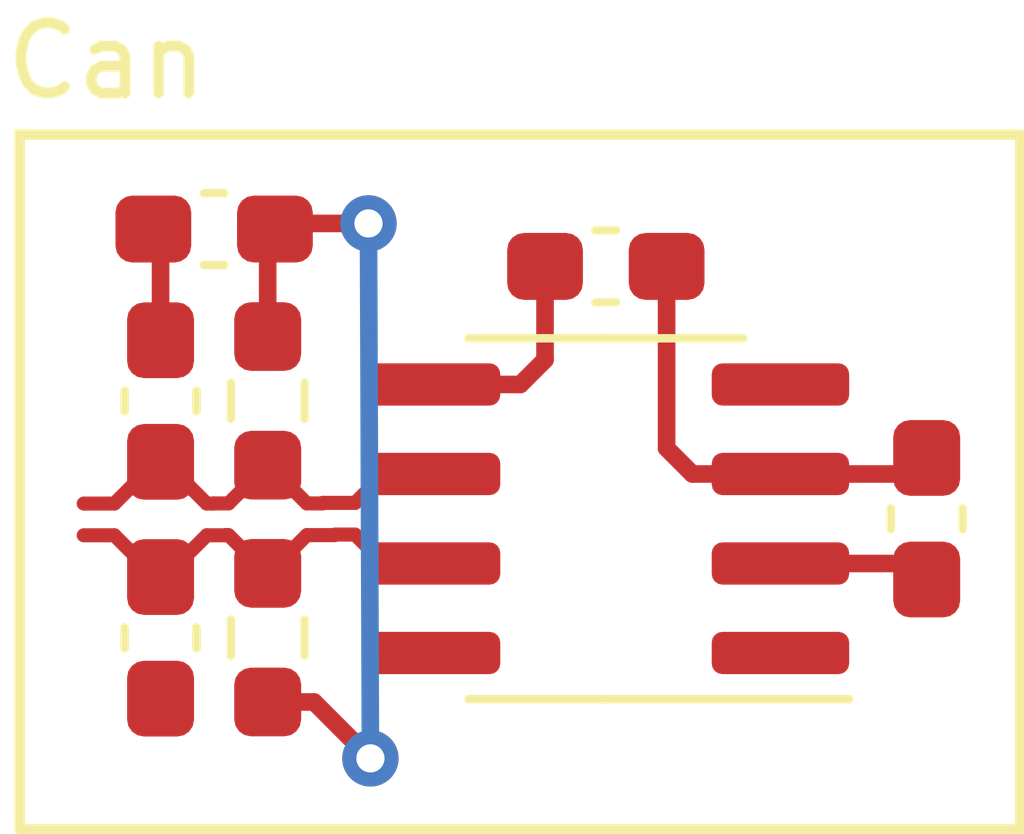
<source format=kicad_pcb>
(kicad_pcb (version 20221018) (generator pcbnew)
  (layers (0 "F.Cu" signal) (31 "B.Cu" signal) (34 "B.Paste" user) (35 "F.Paste" user) (36 "B.SilkS" user "B.Silkscreen") (37 "F.SilkS" user "F.Silkscreen") (38 "B.Mask" user) (39 "F.Mask" user) (44 "Edge.Cuts" user))
  (net 0 "")
  (net 1 "GND")
  (net 2 "/Can+")
  (net 3 "/Can-")
  (net 4 "Net-(Can_C3-Pad2)")
  (net 5 "+5V")
  (net 6 "+3V3")
  (net 7 "TxD")
  (net 8 "RxD")
  (net 9 "EnableCan")
  (footprint "Capacitor_SMD:C_0603_1608Metric_Pad1.08x0.95mm_HandSolder" (layer "F.Cu") (at 143.51 84.89 -90)
    (fp_text reference "Can_C2" hide)
    (fp_text value "100pF")
    (fp_line (start -0.146267 -0.51) (end 0.146267 -0.51) (stroke (width 0.12)) (layer "F.SilkS"))
    (fp_line (start -0.146267 0.51) (end 0.146267 0.51) (stroke (width 0.12)) (layer "F.SilkS"))
    (pad "1" smd roundrect (at -0.8625 0 270) (size 1.075 0.95) (layers "F.Cu" "F.Paste" "F.Mask") (net 1 "GND"))
    (pad "2" smd roundrect (at 0.8625 0 270) (size 1.075 0.95) (layers "F.Cu" "F.Paste" "F.Mask") (net 3 "/Can-"))
  )
  (footprint "Capacitor_SMD:C_0603_1608Metric_Pad1.08x0.95mm_HandSolder" (layer "F.Cu") (at 144.27 82.45)
    (fp_text reference "Can_C3" hide)
    (fp_text value "4,7uF")
    (fp_line (start -0.146267 -0.51) (end 0.146267 -0.51) (stroke (width 0.12)) (layer "F.SilkS"))
    (fp_line (start -0.146267 0.51) (end 0.146267 0.51) (stroke (width 0.12)) (layer "F.SilkS"))
    (pad "1" smd roundrect (at -0.8625 0) (size 1.075 0.95) (layers "F.Cu" "F.Paste" "F.Mask") (net 1 "GND"))
    (pad "2" smd roundrect (at 0.8625 0) (size 1.075 0.95) (layers "F.Cu" "F.Paste" "F.Mask") (net 4 "Net-(Can_C3-Pad2)"))
  )
  (footprint "Capacitor_SMD:C_0603_1608Metric_Pad1.08x0.95mm_HandSolder" (layer "F.Cu") (at 143.51 88.25 90)
    (fp_text reference "Can_C1" hide)
    (fp_text value "100pF")
    (fp_line (start -0.146267 -0.51) (end 0.146267 -0.51) (stroke (width 0.12)) (layer "F.SilkS"))
    (fp_line (start -0.146267 0.51) (end 0.146267 0.51) (stroke (width 0.12)) (layer "F.SilkS"))
    (pad "1" smd roundrect (at -0.8625 0 90) (size 1.075 0.95) (layers "F.Cu" "F.Paste" "F.Mask") (net 1 "GND"))
    (pad "2" smd roundrect (at 0.8625 0 90) (size 1.075 0.95) (layers "F.Cu" "F.Paste" "F.Mask") (net 2 "/Can+"))
  )
  (footprint "Capacitor_SMD:C_0603_1608Metric_Pad1.08x0.95mm_HandSolder" (layer "F.Cu") (at 149.8275 82.98)
    (fp_text reference "Can_in_C2" hide)
    (fp_text value "100nF")
    (fp_line (start -0.146267 -0.51) (end 0.146267 -0.51) (stroke (width 0.12)) (layer "F.SilkS"))
    (fp_line (start -0.146267 0.51) (end 0.146267 0.51) (stroke (width 0.12)) (layer "F.SilkS"))
    (pad "1" smd roundrect (at -0.8625 0) (size 1.075 0.95) (layers "F.Cu" "F.Paste" "F.Mask") (net 6 "+3V3"))
    (pad "2" smd roundrect (at 0.8625 0) (size 1.075 0.95) (layers "F.Cu" "F.Paste" "F.Mask") (net 5 "+5V"))
  )
  (footprint "Package_SO:SOIC-8_3.9x4.9mm_P1.27mm" (layer "F.Cu") (at 149.83 86.56 180)
    (fp_text reference "TJA1" hide)
    (fp_text value "TJA1051T-3")
    (fp_line (start 0 -2.56) (end -3.45 -2.56) (stroke (width 0.12)) (layer "F.SilkS"))
    (fp_line (start 0 -2.56) (end 1.95 -2.56) (stroke (width 0.12)) (layer "F.SilkS"))
    (fp_line (start 0 2.56) (end -1.95 2.56) (stroke (width 0.12)) (layer "F.SilkS"))
    (fp_line (start 0 2.56) (end 1.95 2.56) (stroke (width 0.12)) (layer "F.SilkS"))
    (pad "1" smd roundrect (at -2.475 -1.905 180) (size 1.95 0.6) (layers "F.Cu" "F.Paste" "F.Mask") (net 7 "TxD"))
    (pad "2" smd roundrect (at -2.475 -0.635 180) (size 1.95 0.6) (layers "F.Cu" "F.Paste" "F.Mask") (net 1 "GND"))
    (pad "3" smd roundrect (at -2.475 0.635 180) (size 1.95 0.6) (layers "F.Cu" "F.Paste" "F.Mask") (net 5 "+5V"))
    (pad "4" smd roundrect (at -2.475 1.905 180) (size 1.95 0.6) (layers "F.Cu" "F.Paste" "F.Mask") (net 8 "RxD"))
    (pad "5" smd roundrect (at 2.475 1.905 180) (size 1.95 0.6) (layers "F.Cu" "F.Paste" "F.Mask") (net 6 "+3V3"))
    (pad "6" smd roundrect (at 2.475 0.635 180) (size 1.95 0.6) (layers "F.Cu" "F.Paste" "F.Mask") (net 3 "/Can-"))
    (pad "7" smd roundrect (at 2.475 -0.635 180) (size 1.95 0.6) (layers "F.Cu" "F.Paste" "F.Mask") (net 2 "/Can+"))
    (pad "8" smd roundrect (at 2.475 -1.905 180) (size 1.95 0.6) (layers "F.Cu" "F.Paste" "F.Mask") (net 9 "EnableCan"))
  )
  (footprint "Resistor_SMD:R_0603_1608Metric_Pad0.98x0.95mm_HandSolder" (layer "F.Cu") (at 145.03 84.8875 90)
    (fp_text reference "Can_R1" hide)
    (fp_text value "60")
    (fp_line (start -0.254724 -0.5225) (end 0.254724 -0.5225) (stroke (width 0.12)) (layer "F.SilkS"))
    (fp_line (start -0.254724 0.5225) (end 0.254724 0.5225) (stroke (width 0.12)) (layer "F.SilkS"))
    (pad "1" smd roundrect (at -0.9125 0 90) (size 0.975 0.95) (layers "F.Cu" "F.Paste" "F.Mask") (net 3 "/Can-"))
    (pad "2" smd roundrect (at 0.9125 0 90) (size 0.975 0.95) (layers "F.Cu" "F.Paste" "F.Mask") (net 4 "Net-(Can_C3-Pad2)"))
  )
  (footprint "Capacitor_SMD:C_0603_1608Metric_Pad1.08x0.95mm_HandSolder" (layer "F.Cu") (at 154.38 86.56 -90)
    (fp_text reference "Can_in_C1" hide)
    (fp_text value "47nF")
    (fp_line (start -0.146267 -0.51) (end 0.146267 -0.51) (stroke (width 0.12)) (layer "F.SilkS"))
    (fp_line (start -0.146267 0.51) (end 0.146267 0.51) (stroke (width 0.12)) (layer "F.SilkS"))
    (pad "1" smd roundrect (at -0.8625 0 270) (size 1.075 0.95) (layers "F.Cu" "F.Paste" "F.Mask") (net 5 "+5V"))
    (pad "2" smd roundrect (at 0.8625 0 270) (size 1.075 0.95) (layers "F.Cu" "F.Paste" "F.Mask") (net 1 "GND"))
  )
  (footprint "Resistor_SMD:R_0603_1608Metric_Pad0.98x0.95mm_HandSolder" (layer "F.Cu") (at 145.03 88.2475 -90)
    (fp_text reference "Can_R2" hide)
    (fp_text value "60")
    (fp_line (start -0.254724 -0.5225) (end 0.254724 -0.5225) (stroke (width 0.12)) (layer "F.SilkS"))
    (fp_line (start -0.254724 0.5225) (end 0.254724 0.5225) (stroke (width 0.12)) (layer "F.SilkS"))
    (pad "1" smd roundrect (at -0.9125 0 270) (size 0.975 0.95) (layers "F.Cu" "F.Paste" "F.Mask") (net 2 "/Can+"))
    (pad "2" smd roundrect (at 0.9125 0 270) (size 0.975 0.95) (layers "F.Cu" "F.Paste" "F.Mask") (net 4 "Net-(Can_C3-Pad2)"))
  )
  (gr_rect (start 141.51 81.11) (end 155.71 90.97) (stroke (width 0.15)) (fill none) (layer "F.SilkS"))
  (gr_text "Can" (at 141.24 80.65) (layer "F.SilkS") (effects (font (size 1 1)) (justify left bottom)))
  (segment (start 143.51 84.0275) (end 143.51 82.5525) (width 0.25) (layer "F.Cu") (net 1))
  (segment (start 143.51 82.5525) (end 143.4075 82.45) (width 0.25) (layer "F.Cu") (net 1))
  (segment (start 152.305 87.195) (end 154.1525 87.195) (width 0.25) (layer "F.Cu") (net 1))
  (segment (start 154.1525 87.195) (end 154.38 87.4225) (width 0.25) (layer "F.Cu") (net 1))
  (segment (start 143.51 87.3875) (end 143.4475 87.3875) (width 0.2) (layer "F.Cu") (net 2))
  (segment (start 144.434881 86.7925) (end 144.475 86.7925) (width 0.2) (layer "F.Cu") (net 2))
  (segment (start 145.585 86.7925) (end 145.0425 87.335) (width 0.2) (layer "F.Cu") (net 2))
  (segment (start 144.165 86.795) (end 144.432381 86.795) (width 0.2) (layer "F.Cu") (net 2))
  (segment (start 147.355 87.195) (end 146.68 87.195) (width 0.2) (layer "F.Cu") (net 2))
  (segment (start 146.68 87.195) (end 146.27 86.785) (width 0.2) (layer "F.Cu") (net 2))
  (segment (start 143.51 87.3875) (end 143.5725 87.3875) (width 0.2) (layer "F.Cu") (net 2))
  (segment (start 145.978626 86.7925) (end 145.585 86.7925) (width 0.2) (layer "F.Cu") (net 2))
  (segment (start 142.855 86.795) (end 142.42 86.795) (width 0.2) (layer "F.Cu") (net 2))
  (segment (start 144.475 86.7925) (end 145.0175 87.335) (width 0.2) (layer "F.Cu") (net 2))
  (segment (start 145.986126 86.785) (end 145.978626 86.7925) (width 0.2) (layer "F.Cu") (net 2))
  (segment (start 143.4475 87.3875) (end 142.855 86.795) (width 0.2) (layer "F.Cu") (net 2))
  (segment (start 143.5725 87.3875) (end 144.165 86.795) (width 0.2) (layer "F.Cu") (net 2))
  (segment (start 145.0425 87.335) (end 145.03 87.335) (width 0.2) (layer "F.Cu") (net 2))
  (segment (start 145.0175 87.335) (end 145.03 87.335) (width 0.2) (layer "F.Cu") (net 2))
  (segment (start 144.432381 86.795) (end 144.434881 86.7925) (width 0.2) (layer "F.Cu") (net 2))
  (segment (start 146.27 86.785) (end 145.986126 86.785) (width 0.2) (layer "F.Cu") (net 2))
  (segment (start 145.585 86.3425) (end 145.0425 85.8) (width 0.2) (layer "F.Cu") (net 3))
  (segment (start 144.475 86.3425) (end 145.0175 85.8) (width 0.2) (layer "F.Cu") (net 3))
  (segment (start 145.80642 86.3425) (end 145.585 86.3425) (width 0.2) (layer "F.Cu") (net 3))
  (segment (start 145.0425 85.8) (end 145.03 85.8) (width 0.2) (layer "F.Cu") (net 3))
  (segment (start 142.855 86.345) (end 142.42 86.345) (width 0.2) (layer "F.Cu") (net 3))
  (segment (start 147.355 85.925) (end 146.68 85.925) (width 0.2) (layer "F.Cu") (net 3))
  (segment (start 143.4475 85.7525) (end 142.855 86.345) (width 0.2) (layer "F.Cu") (net 3))
  (segment (start 145.0175 85.8) (end 145.03 85.8) (width 0.2) (layer "F.Cu") (net 3))
  (segment (start 143.51 85.7525) (end 143.5725 85.7525) (width 0.2) (layer "F.Cu") (net 3))
  (segment (start 144.262675 86.3425) (end 144.475 86.3425) (width 0.2) (layer "F.Cu") (net 3))
  (segment (start 146.27 86.335) (end 145.81392 86.335) (width 0.2) (layer "F.Cu") (net 3))
  (segment (start 146.68 85.925) (end 146.27 86.335) (width 0.2) (layer "F.Cu") (net 3))
  (segment (start 144.260175 86.345) (end 144.262675 86.3425) (width 0.2) (layer "F.Cu") (net 3))
  (segment (start 145.81392 86.335) (end 145.80642 86.3425) (width 0.2) (layer "F.Cu") (net 3))
  (segment (start 143.51 85.7525) (end 143.4475 85.7525) (width 0.2) (layer "F.Cu") (net 3))
  (segment (start 143.5725 85.7525) (end 144.165 86.345) (width 0.2) (layer "F.Cu") (net 3))
  (segment (start 144.165 86.345) (end 144.260175 86.345) (width 0.2) (layer "F.Cu") (net 3))
  (segment (start 145.03 83.975) (end 145.03 82.5525) (width 0.25) (layer "F.Cu") (net 4))
  (segment (start 146.46 82.37) (end 145.2125 82.37) (width 0.25) (layer "F.Cu") (net 4))
  (segment (start 145.03 89.16) (end 145.687533 89.16) (width 0.25) (layer "F.Cu") (net 4))
  (segment (start 145.687533 89.16) (end 146.487533 89.96) (width 0.25) (layer "F.Cu") (net 4))
  (segment (start 145.2125 82.37) (end 145.1325 82.45) (width 0.25) (layer "F.Cu") (net 4))
  (segment (start 145.03 82.5525) (end 145.1325 82.45) (width 0.25) (layer "F.Cu") (net 4))
  (via (at 146.46 82.37) (size 0.8) (drill 0.4) (layers "F.Cu" "B.Cu") (net 4))
  (via (at 146.487533 89.96) (size 0.8) (drill 0.4) (layers "F.Cu" "B.Cu") (net 4))
  (segment (start 146.487533 89.96) (end 146.46 82.37) (width 0.25) (layer "B.Cu") (net 4))
  (segment (start 150.69 82.98) (end 150.69 85.56) (width 0.25) (layer "F.Cu") (net 5))
  (segment (start 154.1525 85.925) (end 154.38 85.6975) (width 0.25) (layer "F.Cu") (net 5))
  (segment (start 151.055 85.925) (end 152.305 85.925) (width 0.25) (layer "F.Cu") (net 5))
  (segment (start 150.69 85.56) (end 151.055 85.925) (width 0.25) (layer "F.Cu") (net 5))
  (segment (start 152.305 85.925) (end 154.1525 85.925) (width 0.25) (layer "F.Cu") (net 5))
  (segment (start 148.615 84.655) (end 148.965 84.305) (width 0.25) (layer "F.Cu") (net 6))
  (segment (start 147.355 84.655) (end 148.615 84.655) (width 0.25) (layer "F.Cu") (net 6))
  (segment (start 148.965 84.305) (end 148.965 82.98) (width 0.25) (layer "F.Cu") (net 6))
)
</source>
